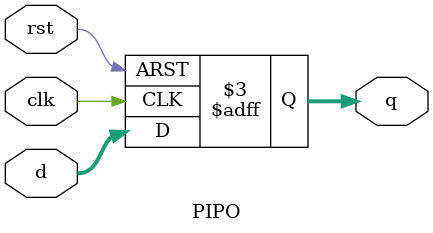
<source format=v>
module PIPO (
    d,clk,rst,q
);
    input [2:0]d;
    input clk,rst;
    output reg [2:0]q;

    always @(negedge rst, posedge clk)
    if(!rst)
        q=3'b00;
    else
        q=d;
endmodule
</source>
